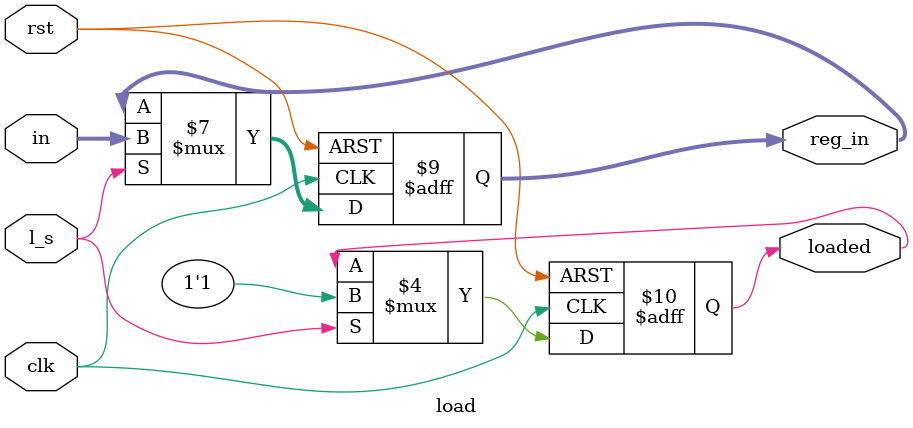
<source format=sv>
/*********************************************************************************
* Module Name: Load.sv

* Description: Load data to diferents registers  

* Inputs: clk, rst, l_s, [N-1:0] in

* Outputs: [N-1:0] reg_in,

* Version: 1.0

* Company: ITESO

* Engineers: Luis Roberto Lomeli Plascencia, Jorge Mizael Rodriguez Gutierrez

* Create Date:  09/04/2019

* Project Name: P01

* Target Devices: FPGA ALTERA DE2-115

* Tool versions: Quartus Prime
*********************************************************************************/

//================================================================================
// Import the Packages
//================================================================================

module load
#(
	parameter N = 4
)(
	/** Input ports **/
	input clk,
	input rst,
	input l_s, //Senal de carga de datos de entrada o senal de start
	input [N-1:0] in,
	
	/** Output ports **/
	output logic [N-1:0] reg_in,
	output logic loaded
);



	always_ff@(posedge clk, negedge rst)
	begin: load

		if(~rst)
		begin
			/** Clean registers **/
			reg_in <= '0;
			loaded <= '0;
		end
		
		else
		begin
			
			if (l_s)
			begin
				/** Load input **/
				reg_in <= in;
				loaded <= 1'b1;
			end

			else
			begin
				/** maintain register data **/
				loaded <= loaded;
				reg_in <= reg_in;				
			end

		end

	end: load

endmodule

</source>
